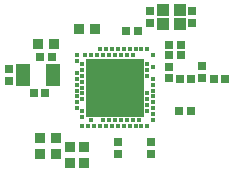
<source format=gts>
G04*
G04 #@! TF.GenerationSoftware,Altium Limited,Altium Designer,19.0.15 (446)*
G04*
G04 Layer_Color=8388736*
%FSLAX24Y24*%
%MOIN*%
G70*
G01*
G75*
%ADD23R,0.0257X0.0296*%
%ADD24R,0.0434X0.0395*%
%ADD25R,0.0296X0.0257*%
%ADD26R,0.0316X0.0257*%
%ADD27R,0.0375X0.0355*%
%ADD28R,0.0355X0.0375*%
%ADD29C,0.0148*%
%ADD30R,0.1949X0.1949*%
%ADD31R,0.0454X0.0769*%
D23*
X1174Y2557D02*
D03*
Y2164D02*
D03*
X2574Y2164D02*
D03*
Y2557D02*
D03*
X1792Y699D02*
D03*
Y305D02*
D03*
X2916Y717D02*
D03*
Y323D02*
D03*
X1191Y-1821D02*
D03*
Y-2215D02*
D03*
X98Y-1821D02*
D03*
Y-2215D02*
D03*
X-3515Y217D02*
D03*
Y610D02*
D03*
D24*
X2160Y2134D02*
D03*
Y2587D02*
D03*
X1589D02*
D03*
Y2134D02*
D03*
D25*
X2205Y1427D02*
D03*
X1811D02*
D03*
X364Y1900D02*
D03*
X758D02*
D03*
X2205Y1073D02*
D03*
X1811D02*
D03*
X2520Y-787D02*
D03*
X2126D02*
D03*
X-2096Y1033D02*
D03*
X-2490D02*
D03*
X-2314Y-167D02*
D03*
X-2708D02*
D03*
D26*
X2539Y302D02*
D03*
X2165Y302D02*
D03*
X3667Y302D02*
D03*
X3293D02*
D03*
D27*
X-1971Y-2215D02*
D03*
Y-1683D02*
D03*
X-2503Y-2215D02*
D03*
Y-1683D02*
D03*
X-1496Y-2500D02*
D03*
Y-1969D02*
D03*
X-1033Y-2500D02*
D03*
Y-1969D02*
D03*
D28*
X-2549Y1467D02*
D03*
X-2018D02*
D03*
X-1191Y1959D02*
D03*
X-659D02*
D03*
D29*
X886Y1280D02*
D03*
X-492D02*
D03*
X-295D02*
D03*
X-98D02*
D03*
X98D02*
D03*
X295D02*
D03*
X492D02*
D03*
X689D02*
D03*
X1083D02*
D03*
X-1280Y1083D02*
D03*
X-984D02*
D03*
X-787D02*
D03*
X-591D02*
D03*
X-394D02*
D03*
X-197D02*
D03*
X0D02*
D03*
X197D02*
D03*
X394D02*
D03*
X591D02*
D03*
X1280D02*
D03*
X1083Y787D02*
D03*
X-1280Y886D02*
D03*
X-1083Y787D02*
D03*
X1280Y689D02*
D03*
X-1083Y591D02*
D03*
X1083D02*
D03*
X-1280Y492D02*
D03*
X-1083Y394D02*
D03*
X1083D02*
D03*
X-1280Y295D02*
D03*
X1280D02*
D03*
X-1083Y197D02*
D03*
X-1280Y98D02*
D03*
X1280D02*
D03*
X-1083Y0D02*
D03*
X-1280Y-98D02*
D03*
X1280D02*
D03*
X-1083Y-197D02*
D03*
X1083D02*
D03*
X-1280Y-295D02*
D03*
X1280D02*
D03*
X-1083Y-394D02*
D03*
X1083D02*
D03*
X-1280Y-492D02*
D03*
X1280D02*
D03*
X1083Y-591D02*
D03*
X-1280Y-689D02*
D03*
X1280D02*
D03*
X-1083Y-787D02*
D03*
X1083D02*
D03*
X1280Y-886D02*
D03*
X-1083Y-984D02*
D03*
X-787Y-1083D02*
D03*
X-394D02*
D03*
X-197D02*
D03*
X0D02*
D03*
X197D02*
D03*
X394D02*
D03*
X591D02*
D03*
X787D02*
D03*
X1280D02*
D03*
X-1083Y-1280D02*
D03*
X-886D02*
D03*
X-689D02*
D03*
X-492D02*
D03*
X-295D02*
D03*
X-98D02*
D03*
X98D02*
D03*
X295D02*
D03*
X492D02*
D03*
X689D02*
D03*
X886D02*
D03*
X1083D02*
D03*
D30*
X0Y0D02*
D03*
D31*
X-2078Y404D02*
D03*
X-3062D02*
D03*
M02*

</source>
